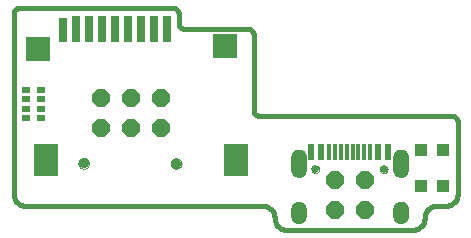
<source format=gts>
G75*
G70*
%OFA0B0*%
%FSLAX24Y24*%
%IPPOS*%
%LPD*%
%AMOC8*
5,1,8,0,0,1.08239X$1,22.5*
%
%ADD10C,0.0160*%
%ADD11R,0.0800X0.1100*%
%ADD12R,0.0295X0.0900*%
%ADD13R,0.0295X0.0801*%
%ADD14R,0.0800X0.0800*%
%ADD15C,0.0000*%
%ADD16C,0.0354*%
%ADD17R,0.0394X0.0433*%
%ADD18R,0.0118X0.0571*%
%ADD19R,0.0236X0.0571*%
%ADD20R,0.0217X0.0571*%
%ADD21C,0.0256*%
%ADD22C,0.0004*%
%ADD23R,0.0256X0.0197*%
%ADD24OC8,0.0600*%
D10*
X001140Y001540D02*
X009040Y001540D01*
X009079Y001538D01*
X009118Y001532D01*
X009156Y001523D01*
X009193Y001510D01*
X009229Y001493D01*
X009262Y001473D01*
X009294Y001449D01*
X009323Y001423D01*
X009349Y001394D01*
X009373Y001362D01*
X009393Y001329D01*
X009410Y001293D01*
X009423Y001256D01*
X009432Y001218D01*
X009438Y001179D01*
X009440Y001140D01*
X009442Y001101D01*
X009448Y001062D01*
X009457Y001024D01*
X009470Y000987D01*
X009487Y000951D01*
X009507Y000918D01*
X009531Y000886D01*
X009557Y000857D01*
X009586Y000831D01*
X009618Y000807D01*
X009651Y000787D01*
X009687Y000770D01*
X009724Y000757D01*
X009762Y000748D01*
X009801Y000742D01*
X009840Y000740D01*
X014040Y000740D01*
X014079Y000742D01*
X014118Y000748D01*
X014156Y000757D01*
X014193Y000770D01*
X014229Y000787D01*
X014262Y000807D01*
X014294Y000831D01*
X014323Y000857D01*
X014349Y000886D01*
X014373Y000918D01*
X014393Y000951D01*
X014410Y000987D01*
X014423Y001024D01*
X014432Y001062D01*
X014438Y001101D01*
X014440Y001140D01*
X014442Y001179D01*
X014448Y001218D01*
X014457Y001256D01*
X014470Y001293D01*
X014487Y001329D01*
X014507Y001362D01*
X014531Y001394D01*
X014557Y001423D01*
X014586Y001449D01*
X014618Y001473D01*
X014651Y001493D01*
X014687Y001510D01*
X014724Y001523D01*
X014762Y001532D01*
X014801Y001538D01*
X014840Y001540D01*
X015140Y001540D01*
X015179Y001542D01*
X015218Y001548D01*
X015256Y001557D01*
X015293Y001570D01*
X015329Y001587D01*
X015362Y001607D01*
X015394Y001631D01*
X015423Y001657D01*
X015449Y001686D01*
X015473Y001718D01*
X015493Y001751D01*
X015510Y001787D01*
X015523Y001824D01*
X015532Y001862D01*
X015538Y001901D01*
X015540Y001940D01*
X015540Y004340D01*
X015538Y004366D01*
X015533Y004392D01*
X015525Y004417D01*
X015513Y004440D01*
X015499Y004462D01*
X015481Y004481D01*
X015462Y004499D01*
X015440Y004513D01*
X015417Y004525D01*
X015392Y004533D01*
X015366Y004538D01*
X015340Y004540D01*
X008940Y004540D01*
X008914Y004542D01*
X008888Y004547D01*
X008863Y004555D01*
X008840Y004567D01*
X008818Y004581D01*
X008799Y004599D01*
X008781Y004618D01*
X008767Y004640D01*
X008755Y004663D01*
X008747Y004688D01*
X008742Y004714D01*
X008740Y004740D01*
X008740Y007240D01*
X008738Y007266D01*
X008733Y007292D01*
X008725Y007317D01*
X008713Y007340D01*
X008699Y007362D01*
X008681Y007381D01*
X008662Y007399D01*
X008640Y007413D01*
X008617Y007425D01*
X008592Y007433D01*
X008566Y007438D01*
X008540Y007440D01*
X006440Y007440D01*
X006414Y007442D01*
X006388Y007447D01*
X006363Y007455D01*
X006340Y007467D01*
X006318Y007481D01*
X006299Y007499D01*
X006281Y007518D01*
X006267Y007540D01*
X006255Y007563D01*
X006247Y007588D01*
X006242Y007614D01*
X006240Y007640D01*
X006240Y007940D01*
X006238Y007966D01*
X006233Y007992D01*
X006225Y008017D01*
X006213Y008040D01*
X006199Y008062D01*
X006181Y008081D01*
X006162Y008099D01*
X006140Y008113D01*
X006117Y008125D01*
X006092Y008133D01*
X006066Y008138D01*
X006040Y008140D01*
X000940Y008140D01*
X000914Y008138D01*
X000888Y008133D01*
X000863Y008125D01*
X000840Y008113D01*
X000818Y008099D01*
X000799Y008081D01*
X000781Y008062D01*
X000767Y008040D01*
X000755Y008017D01*
X000747Y007992D01*
X000742Y007966D01*
X000740Y007940D01*
X000740Y001940D01*
X000742Y001901D01*
X000748Y001862D01*
X000757Y001824D01*
X000770Y001787D01*
X000787Y001751D01*
X000807Y001718D01*
X000831Y001686D01*
X000857Y001657D01*
X000886Y001631D01*
X000918Y001607D01*
X000951Y001587D01*
X000987Y001570D01*
X001024Y001557D01*
X001062Y001548D01*
X001101Y001542D01*
X001140Y001540D01*
D11*
X001814Y003067D03*
X008164Y003067D03*
D12*
X005844Y007451D03*
X005411Y007451D03*
X004978Y007451D03*
X004545Y007451D03*
X004112Y007451D03*
X003679Y007451D03*
X003246Y007451D03*
X002813Y007451D03*
D13*
X002380Y007401D03*
D14*
X001564Y006767D03*
X007784Y006867D03*
D15*
X005982Y002953D02*
X005984Y002979D01*
X005990Y003005D01*
X006000Y003030D01*
X006013Y003053D01*
X006029Y003073D01*
X006049Y003091D01*
X006071Y003106D01*
X006094Y003118D01*
X006120Y003126D01*
X006146Y003130D01*
X006172Y003130D01*
X006198Y003126D01*
X006224Y003118D01*
X006248Y003106D01*
X006269Y003091D01*
X006289Y003073D01*
X006305Y003053D01*
X006318Y003030D01*
X006328Y003005D01*
X006334Y002979D01*
X006336Y002953D01*
X006334Y002927D01*
X006328Y002901D01*
X006318Y002876D01*
X006305Y002853D01*
X006289Y002833D01*
X006269Y002815D01*
X006247Y002800D01*
X006224Y002788D01*
X006198Y002780D01*
X006172Y002776D01*
X006146Y002776D01*
X006120Y002780D01*
X006094Y002788D01*
X006070Y002800D01*
X006049Y002815D01*
X006029Y002833D01*
X006013Y002853D01*
X006000Y002876D01*
X005990Y002901D01*
X005984Y002927D01*
X005982Y002953D01*
X002899Y002957D02*
X002901Y002983D01*
X002907Y003009D01*
X002917Y003034D01*
X002930Y003057D01*
X002946Y003077D01*
X002966Y003095D01*
X002988Y003110D01*
X003011Y003122D01*
X003037Y003130D01*
X003063Y003134D01*
X003089Y003134D01*
X003115Y003130D01*
X003141Y003122D01*
X003165Y003110D01*
X003186Y003095D01*
X003206Y003077D01*
X003222Y003057D01*
X003235Y003034D01*
X003245Y003009D01*
X003251Y002983D01*
X003253Y002957D01*
X003251Y002931D01*
X003245Y002905D01*
X003235Y002880D01*
X003222Y002857D01*
X003206Y002837D01*
X003186Y002819D01*
X003164Y002804D01*
X003141Y002792D01*
X003115Y002784D01*
X003089Y002780D01*
X003063Y002780D01*
X003037Y002784D01*
X003011Y002792D01*
X002987Y002804D01*
X002966Y002819D01*
X002946Y002837D01*
X002930Y002857D01*
X002917Y002880D01*
X002907Y002905D01*
X002901Y002931D01*
X002899Y002957D01*
X010672Y002759D02*
X010674Y002781D01*
X010680Y002803D01*
X010689Y002823D01*
X010702Y002841D01*
X010718Y002857D01*
X010736Y002870D01*
X010756Y002879D01*
X010778Y002885D01*
X010800Y002887D01*
X010822Y002885D01*
X010844Y002879D01*
X010864Y002870D01*
X010882Y002857D01*
X010898Y002841D01*
X010911Y002823D01*
X010920Y002803D01*
X010926Y002781D01*
X010928Y002759D01*
X010926Y002737D01*
X010920Y002715D01*
X010911Y002695D01*
X010898Y002677D01*
X010882Y002661D01*
X010864Y002648D01*
X010844Y002639D01*
X010822Y002633D01*
X010800Y002631D01*
X010778Y002633D01*
X010756Y002639D01*
X010736Y002648D01*
X010718Y002661D01*
X010702Y002677D01*
X010689Y002695D01*
X010680Y002715D01*
X010674Y002737D01*
X010672Y002759D01*
X012947Y002759D02*
X012949Y002781D01*
X012955Y002803D01*
X012964Y002823D01*
X012977Y002841D01*
X012993Y002857D01*
X013011Y002870D01*
X013031Y002879D01*
X013053Y002885D01*
X013075Y002887D01*
X013097Y002885D01*
X013119Y002879D01*
X013139Y002870D01*
X013157Y002857D01*
X013173Y002841D01*
X013186Y002823D01*
X013195Y002803D01*
X013201Y002781D01*
X013203Y002759D01*
X013201Y002737D01*
X013195Y002715D01*
X013186Y002695D01*
X013173Y002677D01*
X013157Y002661D01*
X013139Y002648D01*
X013119Y002639D01*
X013097Y002633D01*
X013075Y002631D01*
X013053Y002633D01*
X013031Y002639D01*
X013011Y002648D01*
X012993Y002661D01*
X012977Y002677D01*
X012964Y002695D01*
X012955Y002715D01*
X012949Y002737D01*
X012947Y002759D01*
D16*
X006159Y002953D03*
X003076Y002957D03*
D17*
X014335Y003408D03*
X015045Y003408D03*
X015045Y002208D03*
X014335Y002208D03*
D18*
X012627Y003328D03*
X012430Y003328D03*
X012233Y003328D03*
X012036Y003328D03*
X011839Y003328D03*
X011642Y003328D03*
X011446Y003328D03*
X011249Y003328D03*
D19*
X010668Y003328D03*
X013207Y003328D03*
D20*
X012902Y003328D03*
X010973Y003328D03*
D21*
X010800Y002759D03*
X013075Y002759D03*
D22*
X013402Y002759D02*
X013875Y002759D01*
X013875Y002761D02*
X013402Y002761D01*
X013402Y002763D02*
X013875Y002763D01*
X013875Y002766D02*
X013402Y002766D01*
X013402Y002768D02*
X013875Y002768D01*
X013875Y002771D02*
X013402Y002771D01*
X013402Y002773D02*
X013875Y002773D01*
X013875Y002776D02*
X013402Y002776D01*
X013402Y002778D02*
X013875Y002778D01*
X013875Y002780D02*
X013402Y002780D01*
X013402Y002783D02*
X013875Y002783D01*
X013875Y002785D02*
X013402Y002785D01*
X013402Y002788D02*
X013875Y002788D01*
X013875Y002790D02*
X013402Y002790D01*
X013402Y002793D02*
X013875Y002793D01*
X013875Y002795D02*
X013402Y002795D01*
X013402Y002798D02*
X013875Y002798D01*
X013875Y002800D02*
X013402Y002800D01*
X013402Y002802D02*
X013875Y002802D01*
X013875Y002805D02*
X013402Y002805D01*
X013402Y002807D02*
X013875Y002807D01*
X013875Y002810D02*
X013402Y002810D01*
X013402Y002812D02*
X013875Y002812D01*
X013875Y002815D02*
X013402Y002815D01*
X013402Y002817D02*
X013875Y002817D01*
X013875Y002819D02*
X013402Y002819D01*
X013402Y002822D02*
X013875Y002822D01*
X013875Y002824D02*
X013402Y002824D01*
X013402Y002827D02*
X013875Y002827D01*
X013875Y002829D02*
X013402Y002829D01*
X013402Y002832D02*
X013875Y002832D01*
X013875Y002834D02*
X013402Y002834D01*
X013402Y002837D02*
X013875Y002837D01*
X013875Y002839D02*
X013402Y002839D01*
X013402Y002841D02*
X013875Y002841D01*
X013875Y002844D02*
X013402Y002844D01*
X013402Y002846D02*
X013875Y002846D01*
X013875Y002849D02*
X013402Y002849D01*
X013402Y002851D02*
X013875Y002851D01*
X013875Y002854D02*
X013402Y002854D01*
X013402Y002856D02*
X013875Y002856D01*
X013875Y002858D02*
X013402Y002858D01*
X013402Y002861D02*
X013875Y002861D01*
X013875Y002863D02*
X013402Y002863D01*
X013402Y002866D02*
X013875Y002866D01*
X013875Y002868D02*
X013402Y002868D01*
X013402Y002871D02*
X013875Y002871D01*
X013875Y002873D02*
X013402Y002873D01*
X013402Y002876D02*
X013875Y002876D01*
X013875Y002878D02*
X013402Y002878D01*
X013402Y002880D02*
X013875Y002880D01*
X013875Y002883D02*
X013402Y002883D01*
X013402Y002885D02*
X013875Y002885D01*
X013875Y002888D02*
X013402Y002888D01*
X013402Y002890D02*
X013875Y002890D01*
X013875Y002893D02*
X013402Y002893D01*
X013402Y002895D02*
X013875Y002895D01*
X013875Y002897D02*
X013402Y002897D01*
X013402Y002900D02*
X013875Y002900D01*
X013875Y002902D02*
X013402Y002902D01*
X013402Y002905D02*
X013875Y002905D01*
X013875Y002907D02*
X013402Y002907D01*
X013402Y002910D02*
X013875Y002910D01*
X013875Y002912D02*
X013402Y002912D01*
X013402Y002915D02*
X013875Y002915D01*
X013875Y002917D02*
X013402Y002917D01*
X013402Y002919D02*
X013875Y002919D01*
X013875Y002922D02*
X013402Y002922D01*
X013402Y002924D02*
X013875Y002924D01*
X013875Y002927D02*
X013402Y002927D01*
X013402Y002929D02*
X013875Y002929D01*
X013875Y002932D02*
X013402Y002932D01*
X013402Y002934D02*
X013875Y002934D01*
X013875Y002936D02*
X013402Y002936D01*
X013402Y002939D02*
X013875Y002939D01*
X013875Y002941D02*
X013402Y002941D01*
X013402Y002944D02*
X013875Y002944D01*
X013875Y002946D02*
X013402Y002946D01*
X013402Y002949D02*
X013875Y002949D01*
X013875Y002951D02*
X013402Y002951D01*
X013402Y002954D02*
X013875Y002954D01*
X013875Y002956D02*
X013402Y002956D01*
X013402Y002958D02*
X013875Y002958D01*
X013875Y002961D02*
X013402Y002961D01*
X013402Y002963D02*
X013875Y002963D01*
X013875Y002966D02*
X013402Y002966D01*
X013402Y002968D02*
X013875Y002968D01*
X013875Y002971D02*
X013402Y002971D01*
X013402Y002973D02*
X013875Y002973D01*
X013875Y002975D02*
X013402Y002975D01*
X013402Y002978D02*
X013875Y002978D01*
X013875Y002980D02*
X013402Y002980D01*
X013402Y002983D02*
X013875Y002983D01*
X013875Y002985D02*
X013402Y002985D01*
X013402Y002988D02*
X013875Y002988D01*
X013875Y002990D02*
X013402Y002990D01*
X013402Y002993D02*
X013875Y002993D01*
X013875Y002995D02*
X013402Y002995D01*
X013402Y002997D02*
X013875Y002997D01*
X013875Y003000D02*
X013402Y003000D01*
X013402Y003002D02*
X013875Y003002D01*
X013875Y003005D02*
X013402Y003005D01*
X013402Y003007D02*
X013875Y003007D01*
X013875Y003010D02*
X013402Y003010D01*
X013402Y003012D02*
X013875Y003012D01*
X013875Y003014D02*
X013402Y003014D01*
X013402Y003017D02*
X013875Y003017D01*
X013875Y003019D02*
X013402Y003019D01*
X013402Y003022D02*
X013875Y003022D01*
X013875Y003024D02*
X013402Y003024D01*
X013402Y003027D02*
X013875Y003027D01*
X013875Y003029D02*
X013402Y003029D01*
X013402Y003032D02*
X013875Y003032D01*
X013875Y003034D02*
X013402Y003034D01*
X013402Y003036D02*
X013875Y003036D01*
X013875Y003039D02*
X013402Y003039D01*
X013402Y003041D02*
X013875Y003041D01*
X013875Y003044D02*
X013402Y003044D01*
X013402Y003046D02*
X013875Y003046D01*
X013875Y003049D02*
X013402Y003049D01*
X013402Y003051D02*
X013875Y003051D01*
X013875Y003053D02*
X013402Y003053D01*
X013402Y003056D02*
X013875Y003056D01*
X013875Y003058D02*
X013402Y003058D01*
X013402Y003061D02*
X013875Y003061D01*
X013875Y003063D02*
X013402Y003063D01*
X013402Y003066D02*
X013875Y003066D01*
X013875Y003068D02*
X013402Y003068D01*
X013402Y003071D02*
X013875Y003071D01*
X013875Y003073D02*
X013402Y003073D01*
X013402Y003075D02*
X013875Y003075D01*
X013875Y003078D02*
X013402Y003078D01*
X013402Y003080D02*
X013875Y003080D01*
X013875Y003083D02*
X013402Y003083D01*
X013402Y003085D02*
X013875Y003085D01*
X013875Y003088D02*
X013402Y003088D01*
X013402Y003090D02*
X013875Y003090D01*
X013875Y003092D02*
X013402Y003092D01*
X013402Y003095D02*
X013875Y003095D01*
X013875Y003097D02*
X013402Y003097D01*
X013402Y003100D02*
X013875Y003100D01*
X013875Y003102D02*
X013402Y003102D01*
X013402Y003105D02*
X013875Y003105D01*
X013875Y003107D02*
X013402Y003107D01*
X013402Y003110D02*
X013875Y003110D01*
X013875Y003112D02*
X013402Y003112D01*
X013402Y003114D02*
X013875Y003114D01*
X013875Y003117D02*
X013402Y003117D01*
X013402Y003119D02*
X013875Y003119D01*
X013875Y003122D02*
X013402Y003122D01*
X013402Y003124D02*
X013875Y003124D01*
X013875Y003127D02*
X013402Y003127D01*
X013402Y003129D02*
X013875Y003129D01*
X013875Y003131D02*
X013402Y003131D01*
X013402Y003134D02*
X013875Y003134D01*
X013875Y003136D02*
X013402Y003136D01*
X013402Y003139D02*
X013875Y003139D01*
X013875Y003141D02*
X013402Y003141D01*
X013402Y003144D02*
X013875Y003144D01*
X013875Y003146D02*
X013402Y003146D01*
X013402Y003149D02*
X013875Y003149D01*
X013875Y003151D02*
X013402Y003151D01*
X013402Y003153D02*
X013875Y003153D01*
X013875Y003156D02*
X013402Y003156D01*
X013402Y003158D02*
X013875Y003158D01*
X013875Y003161D02*
X013402Y003161D01*
X013402Y003163D02*
X013875Y003163D01*
X013875Y003166D02*
X013402Y003166D01*
X013402Y003168D02*
X013875Y003168D01*
X013875Y003170D02*
X013402Y003170D01*
X013402Y003173D02*
X013875Y003173D01*
X013875Y003175D02*
X013402Y003175D01*
X013402Y003178D02*
X013875Y003178D01*
X013875Y003180D02*
X013402Y003180D01*
X013402Y003183D02*
X013875Y003183D01*
X013875Y003185D02*
X013402Y003185D01*
X013402Y003188D02*
X013875Y003188D01*
X013875Y003190D02*
X013402Y003190D01*
X013402Y003192D02*
X013875Y003192D01*
X013875Y003195D02*
X013402Y003195D01*
X013402Y003197D02*
X013875Y003197D01*
X013875Y003200D02*
X013402Y003200D01*
X013402Y003202D02*
X013408Y003246D01*
X013423Y003288D01*
X013445Y003327D01*
X013475Y003360D01*
X013511Y003387D01*
X013551Y003406D01*
X013594Y003418D01*
X013638Y003420D01*
X013689Y003417D01*
X013590Y003417D01*
X013581Y003414D02*
X013697Y003414D01*
X013689Y003417D02*
X013738Y003402D01*
X013782Y003376D01*
X013820Y003342D01*
X013848Y003300D01*
X013430Y003300D01*
X013431Y003302D02*
X013847Y003302D01*
X013848Y003300D02*
X013867Y003252D01*
X013875Y003202D01*
X013875Y002729D01*
X013402Y002729D01*
X013410Y002679D01*
X013429Y002633D01*
X013458Y002591D01*
X013496Y002557D01*
X013540Y002532D01*
X013588Y002518D01*
X013638Y002515D01*
X013639Y002515D01*
X013638Y002515D02*
X013689Y002518D01*
X013737Y002532D01*
X013781Y002557D01*
X013819Y002591D01*
X013848Y002633D01*
X013867Y002679D01*
X013875Y002729D01*
X013874Y002727D02*
X013403Y002727D01*
X013402Y002729D02*
X013402Y003202D01*
X013875Y003202D01*
X013874Y003205D02*
X013403Y003205D01*
X013403Y003207D02*
X013874Y003207D01*
X013873Y003209D02*
X013403Y003209D01*
X013404Y003212D02*
X013873Y003212D01*
X013873Y003214D02*
X013404Y003214D01*
X013404Y003217D02*
X013872Y003217D01*
X013872Y003219D02*
X013405Y003219D01*
X013405Y003222D02*
X013872Y003222D01*
X013871Y003224D02*
X013405Y003224D01*
X013406Y003227D02*
X013871Y003227D01*
X013871Y003229D02*
X013406Y003229D01*
X013406Y003231D02*
X013870Y003231D01*
X013870Y003234D02*
X013407Y003234D01*
X013407Y003236D02*
X013869Y003236D01*
X013869Y003239D02*
X013407Y003239D01*
X013408Y003241D02*
X013869Y003241D01*
X013868Y003244D02*
X013408Y003244D01*
X013408Y003246D02*
X013868Y003246D01*
X013868Y003248D02*
X013409Y003248D01*
X013410Y003251D02*
X013867Y003251D01*
X013867Y003253D02*
X013411Y003253D01*
X013412Y003256D02*
X013866Y003256D01*
X013865Y003258D02*
X013413Y003258D01*
X013413Y003261D02*
X013864Y003261D01*
X013863Y003263D02*
X013414Y003263D01*
X013415Y003266D02*
X013862Y003266D01*
X013861Y003268D02*
X013416Y003268D01*
X013417Y003270D02*
X013860Y003270D01*
X013859Y003273D02*
X013418Y003273D01*
X013418Y003275D02*
X013858Y003275D01*
X013857Y003278D02*
X013419Y003278D01*
X013420Y003280D02*
X013856Y003280D01*
X013855Y003283D02*
X013421Y003283D01*
X013422Y003285D02*
X013854Y003285D01*
X013853Y003287D02*
X013423Y003287D01*
X013424Y003290D02*
X013852Y003290D01*
X013851Y003292D02*
X013425Y003292D01*
X013427Y003295D02*
X013850Y003295D01*
X013849Y003297D02*
X013428Y003297D01*
X013432Y003304D02*
X013845Y003304D01*
X013843Y003307D02*
X013434Y003307D01*
X013435Y003309D02*
X013842Y003309D01*
X013840Y003312D02*
X013437Y003312D01*
X013438Y003314D02*
X013838Y003314D01*
X013837Y003317D02*
X013440Y003317D01*
X013441Y003319D02*
X013835Y003319D01*
X013833Y003322D02*
X013442Y003322D01*
X013444Y003324D02*
X013832Y003324D01*
X013830Y003326D02*
X013445Y003326D01*
X013447Y003329D02*
X013828Y003329D01*
X013827Y003331D02*
X013450Y003331D01*
X013452Y003334D02*
X013825Y003334D01*
X013823Y003336D02*
X013454Y003336D01*
X013456Y003339D02*
X013822Y003339D01*
X013820Y003341D02*
X013458Y003341D01*
X013460Y003343D02*
X013818Y003343D01*
X013815Y003346D02*
X013463Y003346D01*
X013465Y003348D02*
X013812Y003348D01*
X013810Y003351D02*
X013467Y003351D01*
X013469Y003353D02*
X013807Y003353D01*
X013804Y003356D02*
X013471Y003356D01*
X013473Y003358D02*
X013802Y003358D01*
X013799Y003361D02*
X013476Y003361D01*
X013479Y003363D02*
X013796Y003363D01*
X013794Y003365D02*
X013482Y003365D01*
X013485Y003368D02*
X013791Y003368D01*
X013789Y003370D02*
X013489Y003370D01*
X013492Y003373D02*
X013786Y003373D01*
X013783Y003375D02*
X013495Y003375D01*
X013498Y003378D02*
X013780Y003378D01*
X013775Y003380D02*
X013502Y003380D01*
X013505Y003382D02*
X013771Y003382D01*
X013767Y003385D02*
X013508Y003385D01*
X013512Y003387D02*
X013763Y003387D01*
X013759Y003390D02*
X013517Y003390D01*
X013522Y003392D02*
X013754Y003392D01*
X013750Y003395D02*
X013527Y003395D01*
X013532Y003397D02*
X013746Y003397D01*
X013742Y003400D02*
X013537Y003400D01*
X013542Y003402D02*
X013737Y003402D01*
X013729Y003404D02*
X013547Y003404D01*
X013553Y003407D02*
X013721Y003407D01*
X013713Y003409D02*
X013562Y003409D01*
X013571Y003412D02*
X013705Y003412D01*
X013656Y003419D02*
X013617Y003419D01*
X013402Y002756D02*
X013875Y002756D01*
X013875Y002754D02*
X013402Y002754D01*
X013402Y002751D02*
X013875Y002751D01*
X013875Y002749D02*
X013402Y002749D01*
X013402Y002746D02*
X013875Y002746D01*
X013875Y002744D02*
X013402Y002744D01*
X013402Y002741D02*
X013875Y002741D01*
X013875Y002739D02*
X013402Y002739D01*
X013402Y002737D02*
X013875Y002737D01*
X013875Y002734D02*
X013402Y002734D01*
X013402Y002732D02*
X013875Y002732D01*
X013874Y002724D02*
X013403Y002724D01*
X013403Y002722D02*
X013873Y002722D01*
X013873Y002720D02*
X013404Y002720D01*
X013404Y002717D02*
X013873Y002717D01*
X013872Y002715D02*
X013405Y002715D01*
X013405Y002712D02*
X013872Y002712D01*
X013871Y002710D02*
X013405Y002710D01*
X013406Y002707D02*
X013871Y002707D01*
X013871Y002705D02*
X013406Y002705D01*
X013407Y002702D02*
X013870Y002702D01*
X013870Y002700D02*
X013407Y002700D01*
X013407Y002698D02*
X013870Y002698D01*
X013869Y002695D02*
X013408Y002695D01*
X013408Y002693D02*
X013869Y002693D01*
X013868Y002690D02*
X013409Y002690D01*
X013409Y002688D02*
X013868Y002688D01*
X013868Y002685D02*
X013409Y002685D01*
X013410Y002683D02*
X013867Y002683D01*
X013867Y002681D02*
X013410Y002681D01*
X013411Y002678D02*
X013866Y002678D01*
X013865Y002676D02*
X013412Y002676D01*
X013413Y002673D02*
X013864Y002673D01*
X013863Y002671D02*
X013414Y002671D01*
X013415Y002668D02*
X013862Y002668D01*
X013861Y002666D02*
X013416Y002666D01*
X013417Y002664D02*
X013860Y002664D01*
X013859Y002661D02*
X013418Y002661D01*
X013419Y002659D02*
X013858Y002659D01*
X013857Y002656D02*
X013420Y002656D01*
X013421Y002654D02*
X013856Y002654D01*
X013855Y002651D02*
X013422Y002651D01*
X013423Y002649D02*
X013854Y002649D01*
X013853Y002646D02*
X013424Y002646D01*
X013425Y002644D02*
X013852Y002644D01*
X013851Y002642D02*
X013426Y002642D01*
X013427Y002639D02*
X013850Y002639D01*
X013849Y002637D02*
X013428Y002637D01*
X013429Y002634D02*
X013848Y002634D01*
X013847Y002632D02*
X013430Y002632D01*
X013432Y002629D02*
X013845Y002629D01*
X013844Y002627D02*
X013433Y002627D01*
X013435Y002625D02*
X013842Y002625D01*
X013840Y002622D02*
X013437Y002622D01*
X013438Y002620D02*
X013839Y002620D01*
X013837Y002617D02*
X013440Y002617D01*
X013442Y002615D02*
X013835Y002615D01*
X013833Y002612D02*
X013443Y002612D01*
X013445Y002610D02*
X013832Y002610D01*
X013830Y002607D02*
X013447Y002607D01*
X013449Y002605D02*
X013828Y002605D01*
X013827Y002603D02*
X013450Y002603D01*
X013452Y002600D02*
X013825Y002600D01*
X013823Y002598D02*
X013454Y002598D01*
X013455Y002595D02*
X013822Y002595D01*
X013820Y002593D02*
X013457Y002593D01*
X013459Y002590D02*
X013818Y002590D01*
X013815Y002588D02*
X013462Y002588D01*
X013464Y002586D02*
X013812Y002586D01*
X013810Y002583D02*
X013467Y002583D01*
X013470Y002581D02*
X013807Y002581D01*
X013804Y002578D02*
X013472Y002578D01*
X013475Y002576D02*
X013802Y002576D01*
X013799Y002573D02*
X013478Y002573D01*
X013480Y002571D02*
X013796Y002571D01*
X013794Y002568D02*
X013483Y002568D01*
X013486Y002566D02*
X013791Y002566D01*
X013788Y002564D02*
X013489Y002564D01*
X013491Y002561D02*
X013786Y002561D01*
X013783Y002559D02*
X013494Y002559D01*
X013497Y002556D02*
X013780Y002556D01*
X013775Y002554D02*
X013502Y002554D01*
X013506Y002551D02*
X013771Y002551D01*
X013767Y002549D02*
X013510Y002549D01*
X013515Y002547D02*
X013762Y002547D01*
X013758Y002544D02*
X013519Y002544D01*
X013523Y002542D02*
X013754Y002542D01*
X013749Y002539D02*
X013528Y002539D01*
X013532Y002537D02*
X013745Y002537D01*
X013741Y002534D02*
X013536Y002534D01*
X013541Y002532D02*
X013735Y002532D01*
X013727Y002529D02*
X013550Y002529D01*
X013558Y002527D02*
X013719Y002527D01*
X013711Y002525D02*
X013566Y002525D01*
X013574Y002522D02*
X013703Y002522D01*
X013694Y002520D02*
X013582Y002520D01*
X013600Y002517D02*
X013677Y002517D01*
X013638Y001676D02*
X013685Y001671D01*
X013729Y001658D01*
X013770Y001636D01*
X013806Y001606D01*
X013835Y001570D01*
X013857Y001529D01*
X013870Y001484D01*
X013407Y001484D01*
X013407Y001486D02*
X013870Y001486D01*
X013870Y001484D02*
X013875Y001438D01*
X013875Y001202D01*
X013870Y001156D01*
X013856Y001112D01*
X013834Y001071D01*
X013805Y001036D01*
X013769Y001007D01*
X013729Y000985D01*
X013684Y000972D01*
X013638Y000968D01*
X013586Y000973D01*
X013536Y000990D01*
X013492Y001018D01*
X013454Y001055D01*
X013426Y001100D01*
X013408Y001149D01*
X013402Y001202D01*
X013402Y001438D01*
X013408Y001491D01*
X013425Y001541D01*
X013453Y001586D01*
X013491Y001624D01*
X013536Y001652D01*
X013586Y001670D01*
X013638Y001676D01*
X013619Y001674D02*
X013660Y001674D01*
X013684Y001672D02*
X013598Y001672D01*
X013583Y001669D02*
X013692Y001669D01*
X013700Y001667D02*
X013576Y001667D01*
X013569Y001664D02*
X013708Y001664D01*
X013716Y001662D02*
X013562Y001662D01*
X013555Y001659D02*
X013724Y001659D01*
X013731Y001657D02*
X013549Y001657D01*
X013542Y001654D02*
X013735Y001654D01*
X013740Y001652D02*
X013535Y001652D01*
X013531Y001650D02*
X013744Y001650D01*
X013749Y001647D02*
X013528Y001647D01*
X013524Y001645D02*
X013753Y001645D01*
X013758Y001642D02*
X013520Y001642D01*
X013516Y001640D02*
X013762Y001640D01*
X013767Y001637D02*
X013512Y001637D01*
X013508Y001635D02*
X013771Y001635D01*
X013774Y001633D02*
X013504Y001633D01*
X013501Y001630D02*
X013777Y001630D01*
X013780Y001628D02*
X013497Y001628D01*
X013493Y001625D02*
X013783Y001625D01*
X013786Y001623D02*
X013490Y001623D01*
X013487Y001620D02*
X013789Y001620D01*
X013792Y001618D02*
X013485Y001618D01*
X013482Y001615D02*
X013794Y001615D01*
X013797Y001613D02*
X013480Y001613D01*
X013478Y001611D02*
X013800Y001611D01*
X013803Y001608D02*
X013475Y001608D01*
X013473Y001606D02*
X013806Y001606D01*
X013808Y001603D02*
X013470Y001603D01*
X013468Y001601D02*
X013810Y001601D01*
X013812Y001598D02*
X013466Y001598D01*
X013463Y001596D02*
X013814Y001596D01*
X013816Y001594D02*
X013461Y001594D01*
X013458Y001591D02*
X013818Y001591D01*
X013820Y001589D02*
X013456Y001589D01*
X013453Y001586D02*
X013822Y001586D01*
X013824Y001584D02*
X013452Y001584D01*
X013450Y001581D02*
X013826Y001581D01*
X013828Y001579D02*
X013449Y001579D01*
X013447Y001576D02*
X013830Y001576D01*
X013832Y001574D02*
X013446Y001574D01*
X013444Y001572D02*
X013834Y001572D01*
X013836Y001569D02*
X013443Y001569D01*
X013441Y001567D02*
X013837Y001567D01*
X013838Y001564D02*
X013440Y001564D01*
X013438Y001562D02*
X013840Y001562D01*
X013841Y001559D02*
X013437Y001559D01*
X013435Y001557D02*
X013842Y001557D01*
X013843Y001555D02*
X013434Y001555D01*
X013432Y001552D02*
X013845Y001552D01*
X013846Y001550D02*
X013431Y001550D01*
X013429Y001547D02*
X013847Y001547D01*
X013849Y001545D02*
X013428Y001545D01*
X013426Y001542D02*
X013850Y001542D01*
X013851Y001540D02*
X013425Y001540D01*
X013424Y001537D02*
X013852Y001537D01*
X013854Y001535D02*
X013423Y001535D01*
X013422Y001533D02*
X013855Y001533D01*
X013856Y001530D02*
X013422Y001530D01*
X013421Y001528D02*
X013857Y001528D01*
X013858Y001525D02*
X013420Y001525D01*
X013419Y001523D02*
X013859Y001523D01*
X013859Y001520D02*
X013418Y001520D01*
X013417Y001518D02*
X013860Y001518D01*
X013861Y001516D02*
X013416Y001516D01*
X013416Y001513D02*
X013862Y001513D01*
X013862Y001511D02*
X013415Y001511D01*
X013414Y001508D02*
X013863Y001508D01*
X013864Y001506D02*
X013413Y001506D01*
X013412Y001503D02*
X013865Y001503D01*
X013865Y001501D02*
X013411Y001501D01*
X013411Y001498D02*
X013866Y001498D01*
X013867Y001496D02*
X013410Y001496D01*
X013409Y001494D02*
X013868Y001494D01*
X013868Y001491D02*
X013408Y001491D01*
X013408Y001489D02*
X013869Y001489D01*
X013871Y001481D02*
X013407Y001481D01*
X013407Y001479D02*
X013871Y001479D01*
X013871Y001477D02*
X013406Y001477D01*
X013406Y001474D02*
X013871Y001474D01*
X013871Y001472D02*
X013406Y001472D01*
X013406Y001469D02*
X013872Y001469D01*
X013872Y001467D02*
X013405Y001467D01*
X013405Y001464D02*
X013872Y001464D01*
X013872Y001462D02*
X013405Y001462D01*
X013405Y001459D02*
X013873Y001459D01*
X013873Y001457D02*
X013404Y001457D01*
X013404Y001455D02*
X013873Y001455D01*
X013873Y001452D02*
X013404Y001452D01*
X013403Y001450D02*
X013874Y001450D01*
X013874Y001447D02*
X013403Y001447D01*
X013403Y001445D02*
X013874Y001445D01*
X013874Y001442D02*
X013403Y001442D01*
X013402Y001440D02*
X013874Y001440D01*
X013875Y001438D02*
X013402Y001438D01*
X013402Y001435D02*
X013875Y001435D01*
X013875Y001433D02*
X013402Y001433D01*
X013402Y001430D02*
X013875Y001430D01*
X013875Y001428D02*
X013402Y001428D01*
X013402Y001425D02*
X013875Y001425D01*
X013875Y001423D02*
X013402Y001423D01*
X013402Y001421D02*
X013875Y001421D01*
X013875Y001418D02*
X013402Y001418D01*
X013402Y001416D02*
X013875Y001416D01*
X013875Y001413D02*
X013402Y001413D01*
X013402Y001411D02*
X013875Y001411D01*
X013875Y001408D02*
X013402Y001408D01*
X013402Y001406D02*
X013875Y001406D01*
X013875Y001403D02*
X013402Y001403D01*
X013402Y001401D02*
X013875Y001401D01*
X013875Y001399D02*
X013402Y001399D01*
X013402Y001396D02*
X013875Y001396D01*
X013875Y001394D02*
X013402Y001394D01*
X013402Y001391D02*
X013875Y001391D01*
X013875Y001389D02*
X013402Y001389D01*
X013402Y001386D02*
X013875Y001386D01*
X013875Y001384D02*
X013402Y001384D01*
X013402Y001382D02*
X013875Y001382D01*
X013875Y001379D02*
X013402Y001379D01*
X013402Y001377D02*
X013875Y001377D01*
X013875Y001374D02*
X013402Y001374D01*
X013402Y001372D02*
X013875Y001372D01*
X013875Y001369D02*
X013402Y001369D01*
X013402Y001367D02*
X013875Y001367D01*
X013875Y001364D02*
X013402Y001364D01*
X013402Y001362D02*
X013875Y001362D01*
X013875Y001360D02*
X013402Y001360D01*
X013402Y001357D02*
X013875Y001357D01*
X013875Y001355D02*
X013402Y001355D01*
X013402Y001352D02*
X013875Y001352D01*
X013875Y001350D02*
X013402Y001350D01*
X013402Y001347D02*
X013875Y001347D01*
X013875Y001345D02*
X013402Y001345D01*
X013402Y001343D02*
X013875Y001343D01*
X013875Y001340D02*
X013402Y001340D01*
X013402Y001338D02*
X013875Y001338D01*
X013875Y001335D02*
X013402Y001335D01*
X013402Y001333D02*
X013875Y001333D01*
X013875Y001330D02*
X013402Y001330D01*
X013402Y001328D02*
X013875Y001328D01*
X013875Y001325D02*
X013402Y001325D01*
X013402Y001323D02*
X013875Y001323D01*
X013875Y001321D02*
X013402Y001321D01*
X013402Y001318D02*
X013875Y001318D01*
X013875Y001316D02*
X013402Y001316D01*
X013402Y001313D02*
X013875Y001313D01*
X013875Y001311D02*
X013402Y001311D01*
X013402Y001308D02*
X013875Y001308D01*
X013875Y001306D02*
X013402Y001306D01*
X013402Y001304D02*
X013875Y001304D01*
X013875Y001301D02*
X013402Y001301D01*
X013402Y001299D02*
X013875Y001299D01*
X013875Y001296D02*
X013402Y001296D01*
X013402Y001294D02*
X013875Y001294D01*
X013875Y001291D02*
X013402Y001291D01*
X013402Y001289D02*
X013875Y001289D01*
X013875Y001286D02*
X013402Y001286D01*
X013402Y001284D02*
X013875Y001284D01*
X013875Y001282D02*
X013402Y001282D01*
X013402Y001279D02*
X013875Y001279D01*
X013875Y001277D02*
X013402Y001277D01*
X013402Y001274D02*
X013875Y001274D01*
X013875Y001272D02*
X013402Y001272D01*
X013402Y001269D02*
X013875Y001269D01*
X013875Y001267D02*
X013402Y001267D01*
X013402Y001265D02*
X013875Y001265D01*
X013875Y001262D02*
X013402Y001262D01*
X013402Y001260D02*
X013875Y001260D01*
X013875Y001257D02*
X013402Y001257D01*
X013402Y001255D02*
X013875Y001255D01*
X013875Y001252D02*
X013402Y001252D01*
X013402Y001250D02*
X013875Y001250D01*
X013875Y001247D02*
X013402Y001247D01*
X013402Y001245D02*
X013875Y001245D01*
X013875Y001243D02*
X013402Y001243D01*
X013402Y001240D02*
X013875Y001240D01*
X013875Y001238D02*
X013402Y001238D01*
X013402Y001235D02*
X013875Y001235D01*
X013875Y001233D02*
X013402Y001233D01*
X013402Y001230D02*
X013875Y001230D01*
X013875Y001228D02*
X013402Y001228D01*
X013402Y001226D02*
X013875Y001226D01*
X013875Y001223D02*
X013402Y001223D01*
X013402Y001221D02*
X013875Y001221D01*
X013875Y001218D02*
X013402Y001218D01*
X013402Y001216D02*
X013875Y001216D01*
X013875Y001213D02*
X013402Y001213D01*
X013402Y001211D02*
X013875Y001211D01*
X013875Y001208D02*
X013402Y001208D01*
X013402Y001206D02*
X013875Y001206D01*
X013875Y001204D02*
X013402Y001204D01*
X013402Y001201D02*
X013875Y001201D01*
X013874Y001199D02*
X013403Y001199D01*
X013403Y001196D02*
X013874Y001196D01*
X013874Y001194D02*
X013403Y001194D01*
X013403Y001191D02*
X013874Y001191D01*
X013873Y001189D02*
X013404Y001189D01*
X013404Y001187D02*
X013873Y001187D01*
X013873Y001184D02*
X013404Y001184D01*
X013405Y001182D02*
X013873Y001182D01*
X013872Y001179D02*
X013405Y001179D01*
X013405Y001177D02*
X013872Y001177D01*
X013872Y001174D02*
X013405Y001174D01*
X013406Y001172D02*
X013872Y001172D01*
X013871Y001169D02*
X013406Y001169D01*
X013406Y001167D02*
X013871Y001167D01*
X013871Y001165D02*
X013407Y001165D01*
X013407Y001162D02*
X013871Y001162D01*
X013870Y001160D02*
X013407Y001160D01*
X013407Y001157D02*
X013870Y001157D01*
X013870Y001155D02*
X013408Y001155D01*
X013408Y001152D02*
X013869Y001152D01*
X013868Y001150D02*
X013408Y001150D01*
X013409Y001148D02*
X013867Y001148D01*
X013867Y001145D02*
X013410Y001145D01*
X013411Y001143D02*
X013866Y001143D01*
X013865Y001140D02*
X013412Y001140D01*
X013412Y001138D02*
X013864Y001138D01*
X013864Y001135D02*
X013413Y001135D01*
X013414Y001133D02*
X013863Y001133D01*
X013862Y001130D02*
X013415Y001130D01*
X013416Y001128D02*
X013861Y001128D01*
X013861Y001126D02*
X013417Y001126D01*
X013418Y001123D02*
X013860Y001123D01*
X013859Y001121D02*
X013419Y001121D01*
X013419Y001118D02*
X013858Y001118D01*
X013858Y001116D02*
X013420Y001116D01*
X013421Y001113D02*
X013857Y001113D01*
X013856Y001111D02*
X013422Y001111D01*
X013423Y001109D02*
X013855Y001109D01*
X013853Y001106D02*
X013424Y001106D01*
X013425Y001104D02*
X013852Y001104D01*
X013851Y001101D02*
X013425Y001101D01*
X013427Y001099D02*
X013849Y001099D01*
X013848Y001096D02*
X013428Y001096D01*
X013430Y001094D02*
X013847Y001094D01*
X013845Y001091D02*
X013431Y001091D01*
X013433Y001089D02*
X013844Y001089D01*
X013843Y001087D02*
X013434Y001087D01*
X013436Y001084D02*
X013841Y001084D01*
X013840Y001082D02*
X013437Y001082D01*
X013439Y001079D02*
X013839Y001079D01*
X013837Y001077D02*
X013441Y001077D01*
X013442Y001074D02*
X013836Y001074D01*
X013835Y001072D02*
X013444Y001072D01*
X013445Y001070D02*
X013833Y001070D01*
X013831Y001067D02*
X013447Y001067D01*
X013448Y001065D02*
X013829Y001065D01*
X013827Y001062D02*
X013450Y001062D01*
X013451Y001060D02*
X013825Y001060D01*
X013823Y001057D02*
X013453Y001057D01*
X013455Y001055D02*
X013821Y001055D01*
X013819Y001052D02*
X013457Y001052D01*
X013460Y001050D02*
X013817Y001050D01*
X013815Y001048D02*
X013462Y001048D01*
X013464Y001045D02*
X013813Y001045D01*
X013811Y001043D02*
X013467Y001043D01*
X013469Y001040D02*
X013809Y001040D01*
X013807Y001038D02*
X013472Y001038D01*
X013474Y001035D02*
X013805Y001035D01*
X013802Y001033D02*
X013477Y001033D01*
X013479Y001031D02*
X013799Y001031D01*
X013796Y001028D02*
X013482Y001028D01*
X013484Y001026D02*
X013793Y001026D01*
X013790Y001023D02*
X013487Y001023D01*
X013489Y001021D02*
X013787Y001021D01*
X013784Y001018D02*
X013491Y001018D01*
X013495Y001016D02*
X013781Y001016D01*
X013778Y001013D02*
X013499Y001013D01*
X013503Y001011D02*
X013775Y001011D01*
X013772Y001009D02*
X013507Y001009D01*
X013511Y001006D02*
X013768Y001006D01*
X013764Y001004D02*
X013515Y001004D01*
X013519Y001001D02*
X013759Y001001D01*
X013755Y000999D02*
X013523Y000999D01*
X013527Y000996D02*
X013750Y000996D01*
X013745Y000994D02*
X013531Y000994D01*
X013534Y000992D02*
X013741Y000992D01*
X013736Y000989D02*
X013540Y000989D01*
X013547Y000987D02*
X013732Y000987D01*
X013726Y000984D02*
X013554Y000984D01*
X013561Y000982D02*
X013718Y000982D01*
X013709Y000979D02*
X013568Y000979D01*
X013575Y000977D02*
X013701Y000977D01*
X013693Y000974D02*
X013582Y000974D01*
X013597Y000972D02*
X013685Y000972D01*
X013660Y000970D02*
X013620Y000970D01*
X010473Y001202D02*
X010468Y001156D01*
X010455Y001112D01*
X010433Y001071D01*
X010403Y001036D01*
X010368Y001007D01*
X010327Y000985D01*
X010283Y000972D01*
X010237Y000968D01*
X010184Y000973D01*
X010135Y000990D01*
X010090Y001018D01*
X010053Y001055D01*
X010419Y001055D01*
X010417Y001052D02*
X010055Y001052D01*
X010058Y001050D02*
X010415Y001050D01*
X010413Y001048D02*
X010060Y001048D01*
X010063Y001045D02*
X010411Y001045D01*
X010409Y001043D02*
X010065Y001043D01*
X010068Y001040D02*
X010407Y001040D01*
X010405Y001038D02*
X010070Y001038D01*
X010073Y001035D02*
X010403Y001035D01*
X010400Y001033D02*
X010075Y001033D01*
X010078Y001031D02*
X010397Y001031D01*
X010394Y001028D02*
X010080Y001028D01*
X010083Y001026D02*
X010391Y001026D01*
X010388Y001023D02*
X010085Y001023D01*
X010087Y001021D02*
X010385Y001021D01*
X010382Y001018D02*
X010090Y001018D01*
X010094Y001016D02*
X010379Y001016D01*
X010376Y001013D02*
X010098Y001013D01*
X010102Y001011D02*
X010373Y001011D01*
X010370Y001009D02*
X010105Y001009D01*
X010109Y001006D02*
X010367Y001006D01*
X010362Y001004D02*
X010113Y001004D01*
X010117Y001001D02*
X010358Y001001D01*
X010353Y000999D02*
X010121Y000999D01*
X010125Y000996D02*
X010348Y000996D01*
X010344Y000994D02*
X010129Y000994D01*
X010133Y000992D02*
X010339Y000992D01*
X010335Y000989D02*
X010139Y000989D01*
X010146Y000987D02*
X010330Y000987D01*
X010324Y000984D02*
X010153Y000984D01*
X010160Y000982D02*
X010316Y000982D01*
X010308Y000979D02*
X010167Y000979D01*
X010174Y000977D02*
X010300Y000977D01*
X010291Y000974D02*
X010181Y000974D01*
X010195Y000972D02*
X010283Y000972D01*
X010259Y000970D02*
X010218Y000970D01*
X010053Y001055D02*
X010024Y001100D01*
X010007Y001149D01*
X010001Y001202D01*
X010001Y001438D01*
X010006Y001491D01*
X010024Y001541D01*
X010052Y001586D01*
X010420Y001586D01*
X010418Y001589D02*
X010054Y001589D01*
X010057Y001591D02*
X010416Y001591D01*
X010414Y001594D02*
X010059Y001594D01*
X010062Y001596D02*
X010412Y001596D01*
X010410Y001598D02*
X010064Y001598D01*
X010066Y001601D02*
X010409Y001601D01*
X010407Y001603D02*
X010069Y001603D01*
X010071Y001606D02*
X010405Y001606D01*
X010404Y001606D02*
X010434Y001570D01*
X010455Y001529D01*
X010469Y001484D01*
X010006Y001484D01*
X010006Y001486D02*
X010468Y001486D01*
X010469Y001484D02*
X010473Y001438D01*
X010473Y001202D01*
X010473Y001201D02*
X010001Y001201D01*
X010001Y001199D02*
X010473Y001199D01*
X010473Y001196D02*
X010001Y001196D01*
X010002Y001194D02*
X010472Y001194D01*
X010472Y001191D02*
X010002Y001191D01*
X010002Y001189D02*
X010472Y001189D01*
X010472Y001187D02*
X010002Y001187D01*
X010003Y001184D02*
X010471Y001184D01*
X010471Y001182D02*
X010003Y001182D01*
X010003Y001179D02*
X010471Y001179D01*
X010470Y001177D02*
X010004Y001177D01*
X010004Y001174D02*
X010470Y001174D01*
X010470Y001172D02*
X010004Y001172D01*
X010004Y001169D02*
X010470Y001169D01*
X010469Y001167D02*
X010005Y001167D01*
X010005Y001165D02*
X010469Y001165D01*
X010469Y001162D02*
X010005Y001162D01*
X010006Y001160D02*
X010469Y001160D01*
X010468Y001157D02*
X010006Y001157D01*
X010006Y001155D02*
X010468Y001155D01*
X010467Y001152D02*
X010006Y001152D01*
X010007Y001150D02*
X010467Y001150D01*
X010466Y001148D02*
X010007Y001148D01*
X010008Y001145D02*
X010465Y001145D01*
X010464Y001143D02*
X010009Y001143D01*
X010010Y001140D02*
X010464Y001140D01*
X010463Y001138D02*
X010011Y001138D01*
X010012Y001135D02*
X010462Y001135D01*
X010461Y001133D02*
X010013Y001133D01*
X010013Y001130D02*
X010461Y001130D01*
X010460Y001128D02*
X010014Y001128D01*
X010015Y001126D02*
X010459Y001126D01*
X010458Y001123D02*
X010016Y001123D01*
X010017Y001121D02*
X010458Y001121D01*
X010457Y001118D02*
X010018Y001118D01*
X010019Y001116D02*
X010456Y001116D01*
X010455Y001113D02*
X010020Y001113D01*
X010020Y001111D02*
X010454Y001111D01*
X010453Y001109D02*
X010021Y001109D01*
X010022Y001106D02*
X010452Y001106D01*
X010450Y001104D02*
X010023Y001104D01*
X010024Y001101D02*
X010449Y001101D01*
X010448Y001099D02*
X010025Y001099D01*
X010027Y001096D02*
X010446Y001096D01*
X010445Y001094D02*
X010028Y001094D01*
X010030Y001091D02*
X010444Y001091D01*
X010442Y001089D02*
X010031Y001089D01*
X010033Y001087D02*
X010441Y001087D01*
X010440Y001084D02*
X010034Y001084D01*
X010036Y001082D02*
X010439Y001082D01*
X010437Y001079D02*
X010037Y001079D01*
X010039Y001077D02*
X010436Y001077D01*
X010435Y001074D02*
X010040Y001074D01*
X010042Y001072D02*
X010433Y001072D01*
X010431Y001070D02*
X010044Y001070D01*
X010045Y001067D02*
X010429Y001067D01*
X010427Y001065D02*
X010047Y001065D01*
X010048Y001062D02*
X010425Y001062D01*
X010423Y001060D02*
X010050Y001060D01*
X010051Y001057D02*
X010421Y001057D01*
X010473Y001204D02*
X010001Y001204D01*
X010001Y001206D02*
X010473Y001206D01*
X010473Y001208D02*
X010001Y001208D01*
X010001Y001211D02*
X010473Y001211D01*
X010473Y001213D02*
X010001Y001213D01*
X010001Y001216D02*
X010473Y001216D01*
X010473Y001218D02*
X010001Y001218D01*
X010001Y001221D02*
X010473Y001221D01*
X010473Y001223D02*
X010001Y001223D01*
X010001Y001226D02*
X010473Y001226D01*
X010473Y001228D02*
X010001Y001228D01*
X010001Y001230D02*
X010473Y001230D01*
X010473Y001233D02*
X010001Y001233D01*
X010001Y001235D02*
X010473Y001235D01*
X010473Y001238D02*
X010001Y001238D01*
X010001Y001240D02*
X010473Y001240D01*
X010473Y001243D02*
X010001Y001243D01*
X010001Y001245D02*
X010473Y001245D01*
X010473Y001247D02*
X010001Y001247D01*
X010001Y001250D02*
X010473Y001250D01*
X010473Y001252D02*
X010001Y001252D01*
X010001Y001255D02*
X010473Y001255D01*
X010473Y001257D02*
X010001Y001257D01*
X010001Y001260D02*
X010473Y001260D01*
X010473Y001262D02*
X010001Y001262D01*
X010001Y001265D02*
X010473Y001265D01*
X010473Y001267D02*
X010001Y001267D01*
X010001Y001269D02*
X010473Y001269D01*
X010473Y001272D02*
X010001Y001272D01*
X010001Y001274D02*
X010473Y001274D01*
X010473Y001277D02*
X010001Y001277D01*
X010001Y001279D02*
X010473Y001279D01*
X010473Y001282D02*
X010001Y001282D01*
X010001Y001284D02*
X010473Y001284D01*
X010473Y001286D02*
X010001Y001286D01*
X010001Y001289D02*
X010473Y001289D01*
X010473Y001291D02*
X010001Y001291D01*
X010001Y001294D02*
X010473Y001294D01*
X010473Y001296D02*
X010001Y001296D01*
X010001Y001299D02*
X010473Y001299D01*
X010473Y001301D02*
X010001Y001301D01*
X010001Y001304D02*
X010473Y001304D01*
X010473Y001306D02*
X010001Y001306D01*
X010001Y001308D02*
X010473Y001308D01*
X010473Y001311D02*
X010001Y001311D01*
X010001Y001313D02*
X010473Y001313D01*
X010473Y001316D02*
X010001Y001316D01*
X010001Y001318D02*
X010473Y001318D01*
X010473Y001321D02*
X010001Y001321D01*
X010001Y001323D02*
X010473Y001323D01*
X010473Y001325D02*
X010001Y001325D01*
X010001Y001328D02*
X010473Y001328D01*
X010473Y001330D02*
X010001Y001330D01*
X010001Y001333D02*
X010473Y001333D01*
X010473Y001335D02*
X010001Y001335D01*
X010001Y001338D02*
X010473Y001338D01*
X010473Y001340D02*
X010001Y001340D01*
X010001Y001343D02*
X010473Y001343D01*
X010473Y001345D02*
X010001Y001345D01*
X010001Y001347D02*
X010473Y001347D01*
X010473Y001350D02*
X010001Y001350D01*
X010001Y001352D02*
X010473Y001352D01*
X010473Y001355D02*
X010001Y001355D01*
X010001Y001357D02*
X010473Y001357D01*
X010473Y001360D02*
X010001Y001360D01*
X010001Y001362D02*
X010473Y001362D01*
X010473Y001364D02*
X010001Y001364D01*
X010001Y001367D02*
X010473Y001367D01*
X010473Y001369D02*
X010001Y001369D01*
X010001Y001372D02*
X010473Y001372D01*
X010473Y001374D02*
X010001Y001374D01*
X010001Y001377D02*
X010473Y001377D01*
X010473Y001379D02*
X010001Y001379D01*
X010001Y001382D02*
X010473Y001382D01*
X010473Y001384D02*
X010001Y001384D01*
X010001Y001386D02*
X010473Y001386D01*
X010473Y001389D02*
X010001Y001389D01*
X010001Y001391D02*
X010473Y001391D01*
X010473Y001394D02*
X010001Y001394D01*
X010001Y001396D02*
X010473Y001396D01*
X010473Y001399D02*
X010001Y001399D01*
X010001Y001401D02*
X010473Y001401D01*
X010473Y001403D02*
X010001Y001403D01*
X010001Y001406D02*
X010473Y001406D01*
X010473Y001408D02*
X010001Y001408D01*
X010001Y001411D02*
X010473Y001411D01*
X010473Y001413D02*
X010001Y001413D01*
X010001Y001416D02*
X010473Y001416D01*
X010473Y001418D02*
X010001Y001418D01*
X010001Y001421D02*
X010473Y001421D01*
X010473Y001423D02*
X010001Y001423D01*
X010001Y001425D02*
X010473Y001425D01*
X010473Y001428D02*
X010001Y001428D01*
X010001Y001430D02*
X010473Y001430D01*
X010473Y001433D02*
X010001Y001433D01*
X010001Y001435D02*
X010473Y001435D01*
X010473Y001438D02*
X010001Y001438D01*
X010001Y001440D02*
X010473Y001440D01*
X010473Y001442D02*
X010001Y001442D01*
X010001Y001445D02*
X010472Y001445D01*
X010472Y001447D02*
X010002Y001447D01*
X010002Y001450D02*
X010472Y001450D01*
X010472Y001452D02*
X010002Y001452D01*
X010002Y001455D02*
X010472Y001455D01*
X010471Y001457D02*
X010003Y001457D01*
X010003Y001459D02*
X010471Y001459D01*
X010471Y001462D02*
X010003Y001462D01*
X010003Y001464D02*
X010471Y001464D01*
X010470Y001467D02*
X010004Y001467D01*
X010004Y001469D02*
X010470Y001469D01*
X010470Y001472D02*
X010004Y001472D01*
X010005Y001474D02*
X010470Y001474D01*
X010469Y001477D02*
X010005Y001477D01*
X010005Y001479D02*
X010469Y001479D01*
X010469Y001481D02*
X010005Y001481D01*
X010006Y001489D02*
X010467Y001489D01*
X010467Y001491D02*
X010006Y001491D01*
X010007Y001494D02*
X010466Y001494D01*
X010465Y001496D02*
X010008Y001496D01*
X010009Y001498D02*
X010464Y001498D01*
X010464Y001501D02*
X010010Y001501D01*
X010011Y001503D02*
X010463Y001503D01*
X010462Y001506D02*
X010012Y001506D01*
X010012Y001508D02*
X010462Y001508D01*
X010461Y001511D02*
X010013Y001511D01*
X010014Y001513D02*
X010460Y001513D01*
X010459Y001516D02*
X010015Y001516D01*
X010016Y001518D02*
X010459Y001518D01*
X010458Y001520D02*
X010017Y001520D01*
X010017Y001523D02*
X010457Y001523D01*
X010456Y001525D02*
X010018Y001525D01*
X010019Y001528D02*
X010456Y001528D01*
X010455Y001530D02*
X010020Y001530D01*
X010021Y001533D02*
X010453Y001533D01*
X010452Y001535D02*
X010022Y001535D01*
X010022Y001537D02*
X010451Y001537D01*
X010450Y001540D02*
X010023Y001540D01*
X010025Y001542D02*
X010448Y001542D01*
X010447Y001545D02*
X010026Y001545D01*
X010028Y001547D02*
X010446Y001547D01*
X010444Y001550D02*
X010029Y001550D01*
X010031Y001552D02*
X010443Y001552D01*
X010442Y001555D02*
X010032Y001555D01*
X010034Y001557D02*
X010441Y001557D01*
X010439Y001559D02*
X010035Y001559D01*
X010037Y001562D02*
X010438Y001562D01*
X010437Y001564D02*
X010038Y001564D01*
X010040Y001567D02*
X010435Y001567D01*
X010434Y001569D02*
X010041Y001569D01*
X010043Y001572D02*
X010432Y001572D01*
X010430Y001574D02*
X010044Y001574D01*
X010046Y001576D02*
X010428Y001576D01*
X010426Y001579D02*
X010047Y001579D01*
X010049Y001581D02*
X010424Y001581D01*
X010422Y001584D02*
X010050Y001584D01*
X010052Y001586D02*
X010089Y001624D01*
X010134Y001652D01*
X010184Y001670D01*
X010237Y001676D01*
X010283Y001671D01*
X010328Y001658D01*
X010368Y001636D01*
X010404Y001606D01*
X010402Y001608D02*
X010074Y001608D01*
X010076Y001611D02*
X010399Y001611D01*
X010396Y001613D02*
X010078Y001613D01*
X010081Y001615D02*
X010393Y001615D01*
X010390Y001618D02*
X010083Y001618D01*
X010086Y001620D02*
X010387Y001620D01*
X010384Y001623D02*
X010088Y001623D01*
X010091Y001625D02*
X010381Y001625D01*
X010378Y001628D02*
X010095Y001628D01*
X010099Y001630D02*
X010375Y001630D01*
X010372Y001633D02*
X010103Y001633D01*
X010107Y001635D02*
X010369Y001635D01*
X010365Y001637D02*
X010111Y001637D01*
X010114Y001640D02*
X010361Y001640D01*
X010356Y001642D02*
X010118Y001642D01*
X010122Y001645D02*
X010352Y001645D01*
X010347Y001647D02*
X010126Y001647D01*
X010130Y001650D02*
X010343Y001650D01*
X010338Y001652D02*
X010134Y001652D01*
X010140Y001654D02*
X010334Y001654D01*
X010329Y001657D02*
X010147Y001657D01*
X010154Y001659D02*
X010322Y001659D01*
X010315Y001662D02*
X010161Y001662D01*
X010168Y001664D02*
X010307Y001664D01*
X010299Y001667D02*
X010175Y001667D01*
X010181Y001669D02*
X010291Y001669D01*
X010282Y001672D02*
X010197Y001672D01*
X010218Y001674D02*
X010259Y001674D01*
X010237Y002515D02*
X010186Y002518D01*
X010138Y002532D01*
X010094Y002557D01*
X010057Y002591D01*
X010028Y002633D01*
X010009Y002679D01*
X010001Y002729D01*
X010473Y002729D01*
X010465Y002679D01*
X010446Y002633D01*
X010417Y002591D01*
X010380Y002557D01*
X010336Y002532D01*
X010287Y002518D01*
X010237Y002515D01*
X010236Y002515D01*
X010199Y002517D02*
X010275Y002517D01*
X010293Y002520D02*
X010181Y002520D01*
X010173Y002522D02*
X010301Y002522D01*
X010309Y002525D02*
X010164Y002525D01*
X010156Y002527D02*
X010317Y002527D01*
X010326Y002529D02*
X010148Y002529D01*
X010140Y002532D02*
X010334Y002532D01*
X010339Y002534D02*
X010135Y002534D01*
X010130Y002537D02*
X010343Y002537D01*
X010348Y002539D02*
X010126Y002539D01*
X010122Y002542D02*
X010352Y002542D01*
X010356Y002544D02*
X010117Y002544D01*
X010113Y002547D02*
X010361Y002547D01*
X010365Y002549D02*
X010109Y002549D01*
X010104Y002551D02*
X010369Y002551D01*
X010374Y002554D02*
X010100Y002554D01*
X010096Y002556D02*
X010378Y002556D01*
X010381Y002559D02*
X010092Y002559D01*
X010090Y002561D02*
X010384Y002561D01*
X010387Y002564D02*
X010087Y002564D01*
X010084Y002566D02*
X010389Y002566D01*
X010392Y002568D02*
X010082Y002568D01*
X010079Y002571D02*
X010395Y002571D01*
X010397Y002573D02*
X010076Y002573D01*
X010074Y002576D02*
X010400Y002576D01*
X010403Y002578D02*
X010071Y002578D01*
X010068Y002581D02*
X010406Y002581D01*
X010408Y002583D02*
X010066Y002583D01*
X010063Y002586D02*
X010411Y002586D01*
X010414Y002588D02*
X010060Y002588D01*
X010057Y002590D02*
X010416Y002590D01*
X010418Y002593D02*
X010055Y002593D01*
X010054Y002595D02*
X010420Y002595D01*
X010422Y002598D02*
X010052Y002598D01*
X010050Y002600D02*
X010423Y002600D01*
X010425Y002603D02*
X010049Y002603D01*
X010047Y002605D02*
X010427Y002605D01*
X010428Y002607D02*
X010045Y002607D01*
X010044Y002610D02*
X010430Y002610D01*
X010432Y002612D02*
X010042Y002612D01*
X010040Y002615D02*
X010434Y002615D01*
X010435Y002617D02*
X010038Y002617D01*
X010037Y002620D02*
X010437Y002620D01*
X010439Y002622D02*
X010035Y002622D01*
X010033Y002625D02*
X010440Y002625D01*
X010442Y002627D02*
X010032Y002627D01*
X010030Y002629D02*
X010444Y002629D01*
X010445Y002632D02*
X010028Y002632D01*
X010027Y002634D02*
X010447Y002634D01*
X010448Y002637D02*
X010026Y002637D01*
X010025Y002639D02*
X010449Y002639D01*
X010450Y002642D02*
X010024Y002642D01*
X010023Y002644D02*
X010451Y002644D01*
X010452Y002646D02*
X010022Y002646D01*
X010021Y002649D02*
X010453Y002649D01*
X010454Y002651D02*
X010020Y002651D01*
X010019Y002654D02*
X010455Y002654D01*
X010456Y002656D02*
X010018Y002656D01*
X010017Y002659D02*
X010457Y002659D01*
X010458Y002661D02*
X010016Y002661D01*
X010015Y002664D02*
X010459Y002664D01*
X010460Y002666D02*
X010014Y002666D01*
X010013Y002668D02*
X010461Y002668D01*
X010461Y002671D02*
X010012Y002671D01*
X010011Y002673D02*
X010462Y002673D01*
X010463Y002676D02*
X010010Y002676D01*
X010009Y002678D02*
X010464Y002678D01*
X010465Y002681D02*
X010009Y002681D01*
X010008Y002683D02*
X010466Y002683D01*
X010466Y002685D02*
X010008Y002685D01*
X010007Y002688D02*
X010466Y002688D01*
X010467Y002690D02*
X010007Y002690D01*
X010007Y002693D02*
X010467Y002693D01*
X010468Y002695D02*
X010006Y002695D01*
X010006Y002698D02*
X010468Y002698D01*
X010468Y002700D02*
X010005Y002700D01*
X010005Y002702D02*
X010469Y002702D01*
X010469Y002705D02*
X010005Y002705D01*
X010004Y002707D02*
X010470Y002707D01*
X010470Y002710D02*
X010004Y002710D01*
X010003Y002712D02*
X010470Y002712D01*
X010471Y002715D02*
X010003Y002715D01*
X010003Y002717D02*
X010471Y002717D01*
X010471Y002720D02*
X010002Y002720D01*
X010002Y002722D02*
X010472Y002722D01*
X010472Y002724D02*
X010001Y002724D01*
X010001Y002727D02*
X010473Y002727D01*
X010473Y002729D02*
X010473Y003202D01*
X010001Y003202D01*
X010007Y003246D01*
X010466Y003246D01*
X010466Y003248D02*
X010008Y003248D01*
X010007Y003246D02*
X010021Y003288D01*
X010044Y003327D01*
X010073Y003360D01*
X010109Y003387D01*
X010149Y003406D01*
X010192Y003418D01*
X010237Y003420D01*
X010288Y003417D01*
X010336Y003402D01*
X010381Y003376D01*
X010418Y003342D01*
X010447Y003300D01*
X010028Y003300D01*
X010029Y003302D02*
X010445Y003302D01*
X010447Y003300D02*
X010465Y003252D01*
X010473Y003202D01*
X010473Y003200D02*
X010001Y003200D01*
X010001Y003202D02*
X010001Y002729D01*
X010001Y002732D02*
X010473Y002732D01*
X010473Y002734D02*
X010001Y002734D01*
X010001Y002737D02*
X010473Y002737D01*
X010473Y002739D02*
X010001Y002739D01*
X010001Y002741D02*
X010473Y002741D01*
X010473Y002744D02*
X010001Y002744D01*
X010001Y002746D02*
X010473Y002746D01*
X010473Y002749D02*
X010001Y002749D01*
X010001Y002751D02*
X010473Y002751D01*
X010473Y002754D02*
X010001Y002754D01*
X010001Y002756D02*
X010473Y002756D01*
X010473Y002759D02*
X010001Y002759D01*
X010001Y002761D02*
X010473Y002761D01*
X010473Y002763D02*
X010001Y002763D01*
X010001Y002766D02*
X010473Y002766D01*
X010473Y002768D02*
X010001Y002768D01*
X010001Y002771D02*
X010473Y002771D01*
X010473Y002773D02*
X010001Y002773D01*
X010001Y002776D02*
X010473Y002776D01*
X010473Y002778D02*
X010001Y002778D01*
X010001Y002780D02*
X010473Y002780D01*
X010473Y002783D02*
X010001Y002783D01*
X010001Y002785D02*
X010473Y002785D01*
X010473Y002788D02*
X010001Y002788D01*
X010001Y002790D02*
X010473Y002790D01*
X010473Y002793D02*
X010001Y002793D01*
X010001Y002795D02*
X010473Y002795D01*
X010473Y002798D02*
X010001Y002798D01*
X010001Y002800D02*
X010473Y002800D01*
X010473Y002802D02*
X010001Y002802D01*
X010001Y002805D02*
X010473Y002805D01*
X010473Y002807D02*
X010001Y002807D01*
X010001Y002810D02*
X010473Y002810D01*
X010473Y002812D02*
X010001Y002812D01*
X010001Y002815D02*
X010473Y002815D01*
X010473Y002817D02*
X010001Y002817D01*
X010001Y002819D02*
X010473Y002819D01*
X010473Y002822D02*
X010001Y002822D01*
X010001Y002824D02*
X010473Y002824D01*
X010473Y002827D02*
X010001Y002827D01*
X010001Y002829D02*
X010473Y002829D01*
X010473Y002832D02*
X010001Y002832D01*
X010001Y002834D02*
X010473Y002834D01*
X010473Y002837D02*
X010001Y002837D01*
X010001Y002839D02*
X010473Y002839D01*
X010473Y002841D02*
X010001Y002841D01*
X010001Y002844D02*
X010473Y002844D01*
X010473Y002846D02*
X010001Y002846D01*
X010001Y002849D02*
X010473Y002849D01*
X010473Y002851D02*
X010001Y002851D01*
X010001Y002854D02*
X010473Y002854D01*
X010473Y002856D02*
X010001Y002856D01*
X010001Y002858D02*
X010473Y002858D01*
X010473Y002861D02*
X010001Y002861D01*
X010001Y002863D02*
X010473Y002863D01*
X010473Y002866D02*
X010001Y002866D01*
X010001Y002868D02*
X010473Y002868D01*
X010473Y002871D02*
X010001Y002871D01*
X010001Y002873D02*
X010473Y002873D01*
X010473Y002876D02*
X010001Y002876D01*
X010001Y002878D02*
X010473Y002878D01*
X010473Y002880D02*
X010001Y002880D01*
X010001Y002883D02*
X010473Y002883D01*
X010473Y002885D02*
X010001Y002885D01*
X010001Y002888D02*
X010473Y002888D01*
X010473Y002890D02*
X010001Y002890D01*
X010001Y002893D02*
X010473Y002893D01*
X010473Y002895D02*
X010001Y002895D01*
X010001Y002897D02*
X010473Y002897D01*
X010473Y002900D02*
X010001Y002900D01*
X010001Y002902D02*
X010473Y002902D01*
X010473Y002905D02*
X010001Y002905D01*
X010001Y002907D02*
X010473Y002907D01*
X010473Y002910D02*
X010001Y002910D01*
X010001Y002912D02*
X010473Y002912D01*
X010473Y002915D02*
X010001Y002915D01*
X010001Y002917D02*
X010473Y002917D01*
X010473Y002919D02*
X010001Y002919D01*
X010001Y002922D02*
X010473Y002922D01*
X010473Y002924D02*
X010001Y002924D01*
X010001Y002927D02*
X010473Y002927D01*
X010473Y002929D02*
X010001Y002929D01*
X010001Y002932D02*
X010473Y002932D01*
X010473Y002934D02*
X010001Y002934D01*
X010001Y002936D02*
X010473Y002936D01*
X010473Y002939D02*
X010001Y002939D01*
X010001Y002941D02*
X010473Y002941D01*
X010473Y002944D02*
X010001Y002944D01*
X010001Y002946D02*
X010473Y002946D01*
X010473Y002949D02*
X010001Y002949D01*
X010001Y002951D02*
X010473Y002951D01*
X010473Y002954D02*
X010001Y002954D01*
X010001Y002956D02*
X010473Y002956D01*
X010473Y002958D02*
X010001Y002958D01*
X010001Y002961D02*
X010473Y002961D01*
X010473Y002963D02*
X010001Y002963D01*
X010001Y002966D02*
X010473Y002966D01*
X010473Y002968D02*
X010001Y002968D01*
X010001Y002971D02*
X010473Y002971D01*
X010473Y002973D02*
X010001Y002973D01*
X010001Y002975D02*
X010473Y002975D01*
X010473Y002978D02*
X010001Y002978D01*
X010001Y002980D02*
X010473Y002980D01*
X010473Y002983D02*
X010001Y002983D01*
X010001Y002985D02*
X010473Y002985D01*
X010473Y002988D02*
X010001Y002988D01*
X010001Y002990D02*
X010473Y002990D01*
X010473Y002993D02*
X010001Y002993D01*
X010001Y002995D02*
X010473Y002995D01*
X010473Y002997D02*
X010001Y002997D01*
X010001Y003000D02*
X010473Y003000D01*
X010473Y003002D02*
X010001Y003002D01*
X010001Y003005D02*
X010473Y003005D01*
X010473Y003007D02*
X010001Y003007D01*
X010001Y003010D02*
X010473Y003010D01*
X010473Y003012D02*
X010001Y003012D01*
X010001Y003014D02*
X010473Y003014D01*
X010473Y003017D02*
X010001Y003017D01*
X010001Y003019D02*
X010473Y003019D01*
X010473Y003022D02*
X010001Y003022D01*
X010001Y003024D02*
X010473Y003024D01*
X010473Y003027D02*
X010001Y003027D01*
X010001Y003029D02*
X010473Y003029D01*
X010473Y003032D02*
X010001Y003032D01*
X010001Y003034D02*
X010473Y003034D01*
X010473Y003036D02*
X010001Y003036D01*
X010001Y003039D02*
X010473Y003039D01*
X010473Y003041D02*
X010001Y003041D01*
X010001Y003044D02*
X010473Y003044D01*
X010473Y003046D02*
X010001Y003046D01*
X010001Y003049D02*
X010473Y003049D01*
X010473Y003051D02*
X010001Y003051D01*
X010001Y003053D02*
X010473Y003053D01*
X010473Y003056D02*
X010001Y003056D01*
X010001Y003058D02*
X010473Y003058D01*
X010473Y003061D02*
X010001Y003061D01*
X010001Y003063D02*
X010473Y003063D01*
X010473Y003066D02*
X010001Y003066D01*
X010001Y003068D02*
X010473Y003068D01*
X010473Y003071D02*
X010001Y003071D01*
X010001Y003073D02*
X010473Y003073D01*
X010473Y003075D02*
X010001Y003075D01*
X010001Y003078D02*
X010473Y003078D01*
X010473Y003080D02*
X010001Y003080D01*
X010001Y003083D02*
X010473Y003083D01*
X010473Y003085D02*
X010001Y003085D01*
X010001Y003088D02*
X010473Y003088D01*
X010473Y003090D02*
X010001Y003090D01*
X010001Y003092D02*
X010473Y003092D01*
X010473Y003095D02*
X010001Y003095D01*
X010001Y003097D02*
X010473Y003097D01*
X010473Y003100D02*
X010001Y003100D01*
X010001Y003102D02*
X010473Y003102D01*
X010473Y003105D02*
X010001Y003105D01*
X010001Y003107D02*
X010473Y003107D01*
X010473Y003110D02*
X010001Y003110D01*
X010001Y003112D02*
X010473Y003112D01*
X010473Y003114D02*
X010001Y003114D01*
X010001Y003117D02*
X010473Y003117D01*
X010473Y003119D02*
X010001Y003119D01*
X010001Y003122D02*
X010473Y003122D01*
X010473Y003124D02*
X010001Y003124D01*
X010001Y003127D02*
X010473Y003127D01*
X010473Y003129D02*
X010001Y003129D01*
X010001Y003131D02*
X010473Y003131D01*
X010473Y003134D02*
X010001Y003134D01*
X010001Y003136D02*
X010473Y003136D01*
X010473Y003139D02*
X010001Y003139D01*
X010001Y003141D02*
X010473Y003141D01*
X010473Y003144D02*
X010001Y003144D01*
X010001Y003146D02*
X010473Y003146D01*
X010473Y003149D02*
X010001Y003149D01*
X010001Y003151D02*
X010473Y003151D01*
X010473Y003153D02*
X010001Y003153D01*
X010001Y003156D02*
X010473Y003156D01*
X010473Y003158D02*
X010001Y003158D01*
X010001Y003161D02*
X010473Y003161D01*
X010473Y003163D02*
X010001Y003163D01*
X010001Y003166D02*
X010473Y003166D01*
X010473Y003168D02*
X010001Y003168D01*
X010001Y003170D02*
X010473Y003170D01*
X010473Y003173D02*
X010001Y003173D01*
X010001Y003175D02*
X010473Y003175D01*
X010473Y003178D02*
X010001Y003178D01*
X010001Y003180D02*
X010473Y003180D01*
X010473Y003183D02*
X010001Y003183D01*
X010001Y003185D02*
X010473Y003185D01*
X010473Y003188D02*
X010001Y003188D01*
X010001Y003190D02*
X010473Y003190D01*
X010473Y003192D02*
X010001Y003192D01*
X010001Y003195D02*
X010473Y003195D01*
X010473Y003197D02*
X010001Y003197D01*
X010001Y003205D02*
X010473Y003205D01*
X010472Y003207D02*
X010001Y003207D01*
X010002Y003209D02*
X010472Y003209D01*
X010472Y003212D02*
X010002Y003212D01*
X010002Y003214D02*
X010471Y003214D01*
X010471Y003217D02*
X010003Y003217D01*
X010003Y003219D02*
X010470Y003219D01*
X010470Y003222D02*
X010003Y003222D01*
X010004Y003224D02*
X010470Y003224D01*
X010469Y003227D02*
X010004Y003227D01*
X010004Y003229D02*
X010469Y003229D01*
X010469Y003231D02*
X010005Y003231D01*
X010005Y003234D02*
X010468Y003234D01*
X010468Y003236D02*
X010005Y003236D01*
X010006Y003239D02*
X010467Y003239D01*
X010467Y003241D02*
X010006Y003241D01*
X010006Y003244D02*
X010467Y003244D01*
X010466Y003251D02*
X010008Y003251D01*
X010009Y003253D02*
X010465Y003253D01*
X010464Y003256D02*
X010010Y003256D01*
X010011Y003258D02*
X010463Y003258D01*
X010462Y003261D02*
X010012Y003261D01*
X010013Y003263D02*
X010461Y003263D01*
X010460Y003266D02*
X010013Y003266D01*
X010014Y003268D02*
X010459Y003268D01*
X010458Y003270D02*
X010015Y003270D01*
X010016Y003273D02*
X010457Y003273D01*
X010456Y003275D02*
X010017Y003275D01*
X010018Y003278D02*
X010455Y003278D01*
X010454Y003280D02*
X010019Y003280D01*
X010019Y003283D02*
X010453Y003283D01*
X010452Y003285D02*
X010020Y003285D01*
X010021Y003287D02*
X010451Y003287D01*
X010451Y003290D02*
X010022Y003290D01*
X010024Y003292D02*
X010450Y003292D01*
X010449Y003295D02*
X010025Y003295D01*
X010027Y003297D02*
X010448Y003297D01*
X010443Y003304D02*
X010031Y003304D01*
X010032Y003307D02*
X010442Y003307D01*
X010440Y003309D02*
X010034Y003309D01*
X010035Y003312D02*
X010438Y003312D01*
X010437Y003314D02*
X010037Y003314D01*
X010038Y003317D02*
X010435Y003317D01*
X010433Y003319D02*
X010039Y003319D01*
X010041Y003322D02*
X010432Y003322D01*
X010430Y003324D02*
X010042Y003324D01*
X010044Y003326D02*
X010428Y003326D01*
X010427Y003329D02*
X010046Y003329D01*
X010048Y003331D02*
X010425Y003331D01*
X010423Y003334D02*
X010050Y003334D01*
X010052Y003336D02*
X010422Y003336D01*
X010420Y003339D02*
X010055Y003339D01*
X010057Y003341D02*
X010418Y003341D01*
X010416Y003343D02*
X010059Y003343D01*
X010061Y003346D02*
X010413Y003346D01*
X010411Y003348D02*
X010063Y003348D01*
X010065Y003351D02*
X010408Y003351D01*
X010405Y003353D02*
X010068Y003353D01*
X010070Y003356D02*
X010403Y003356D01*
X010400Y003358D02*
X010072Y003358D01*
X010074Y003361D02*
X010397Y003361D01*
X010395Y003363D02*
X010077Y003363D01*
X010081Y003365D02*
X010392Y003365D01*
X010390Y003368D02*
X010084Y003368D01*
X010087Y003370D02*
X010387Y003370D01*
X010384Y003373D02*
X010090Y003373D01*
X010094Y003375D02*
X010382Y003375D01*
X010378Y003378D02*
X010097Y003378D01*
X010100Y003380D02*
X010374Y003380D01*
X010370Y003382D02*
X010103Y003382D01*
X010106Y003385D02*
X010365Y003385D01*
X010361Y003387D02*
X010110Y003387D01*
X010115Y003390D02*
X010357Y003390D01*
X010353Y003392D02*
X010120Y003392D01*
X010125Y003395D02*
X010348Y003395D01*
X010344Y003397D02*
X010130Y003397D01*
X010135Y003400D02*
X010340Y003400D01*
X010335Y003402D02*
X010140Y003402D01*
X010145Y003404D02*
X010327Y003404D01*
X010319Y003407D02*
X010151Y003407D01*
X010160Y003409D02*
X010311Y003409D01*
X010303Y003412D02*
X010170Y003412D01*
X010179Y003414D02*
X010296Y003414D01*
X010287Y003417D02*
X010188Y003417D01*
X010216Y003419D02*
X010254Y003419D01*
D23*
X001636Y004468D03*
X001144Y004468D03*
X001144Y004783D03*
X001636Y004783D03*
X001636Y005097D03*
X001636Y005412D03*
X001144Y005412D03*
X001144Y005097D03*
D24*
X003640Y005140D03*
X004640Y005140D03*
X005640Y005140D03*
X005640Y004140D03*
X004640Y004140D03*
X003640Y004140D03*
X011440Y002390D03*
X012440Y002390D03*
X012440Y001390D03*
X011440Y001390D03*
M02*

</source>
